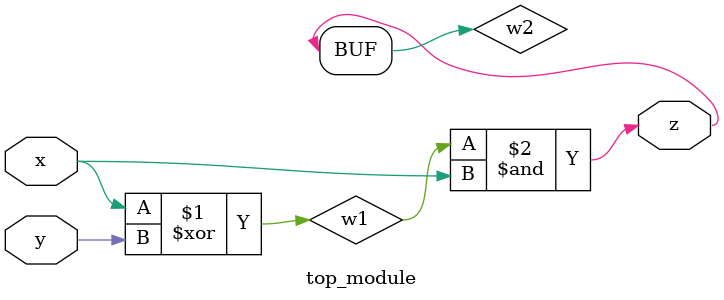
<source format=sv>
module top_module(
	input x,
	input y,
	output z);

	// define intermediate variables
	wire w1;
	wire w2;
	
	// implement the logical operations
	assign w1 = x ^ y;
	assign w2 = w1 & x;
	assign z = w2;
	
endmodule

</source>
